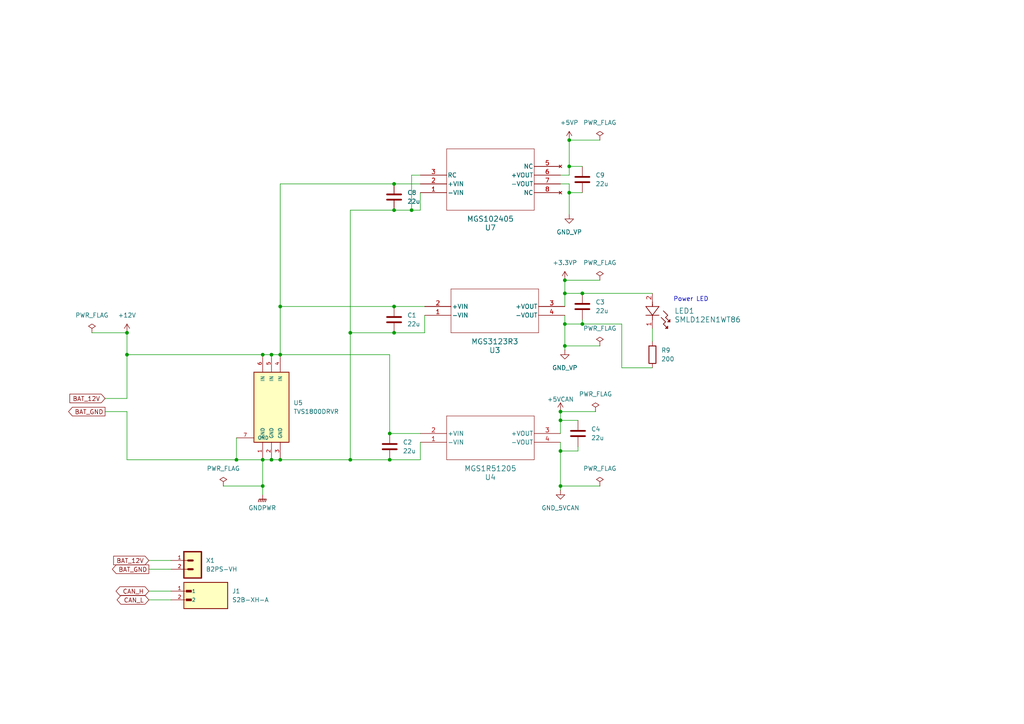
<source format=kicad_sch>
(kicad_sch (version 20250114) (generator "eeschema") (generator_version "9.0")
  (paper "A4")
  (title_block (title "CAN Isolation_Power Board") (date "2025-11-06") (rev "Ver.1.1") (company "ISHI-Kai"))
  (lib_symbols
    (symbol "B2PS-VH:B2PS-VH" (pin_names (offset 1.016))
      (property "Reference" "X" (at -1.27 3.302 0))
      (property "Value" "B2PS-VH" (at -1.27 -7.62 0))
      (symbol "B2PS-VH_0_0"
        (rectangle (start -1.27 -5.08) (end 3.81 2.54) (stroke (width 0.4064)) (fill (type background)))
        (polyline (pts (xy 1.27 0) (xy 2.54 0)) (stroke (width 0.6096)))
        (polyline (pts (xy 1.27 -2.54) (xy 2.54 -2.54)) (stroke (width 0.6096)))
        (pin passive line (at 7.62 0 180) (length 5.08) (name "~") (number "2"))
        (pin passive line (at 7.62 -2.54 180) (length 5.08) (name "~") (number "1"))
      )
    )
    (symbol "Device:C" (pin_numbers (hide yes)) (pin_names (offset 0.254))
      (property "Reference" "C" (at 0.635 2.54 0))
      (property "Value" "C" (at 0.635 -2.54 0))
      (symbol "C_0_1"
        (polyline (pts (xy -2.032 0.762) (xy 2.032 0.762)) (stroke (width 0.508)))
        (polyline (pts (xy -2.032 -0.762) (xy 2.032 -0.762)) (stroke (width 0.508)))
      )
      (symbol "C_1_1"
        (pin passive line (at 0 3.81 270) (length 2.794) (name "~") (number "1"))
        (pin passive line (at 0 -3.81 90) (length 2.794) (name "~") (number "2"))
      )
    )
    (symbol "Device:R" (pin_numbers (hide yes)) (pin_names (offset 0))
      (property "Reference" "R" (at 2.032 0 90))
      (property "Value" "R" (at 0 0 90))
      (symbol "R_0_1"
        (rectangle (start -1.016 -2.54) (end 1.016 2.54) (stroke (width 0.254)))
      )
      (symbol "R_1_1"
        (pin passive line (at 0 3.81 270) (length 1.27) (name "~") (number "1"))
        (pin passive line (at 0 -3.81 90) (length 1.27) (name "~") (number "2"))
      )
    )
    (symbol "MGS102405:MGS102405" (pin_names (offset 0.254))
      (property "Reference" "U" (at 20.32 10.16 0))
      (property "Value" "MGS102405" (at 20.32 7.62 0))
      (symbol "MGS102405_0_1"
        (polyline (pts (xy 7.62 5.08) (xy 7.62 -12.7)) (stroke (width 0.127)))
        (polyline (pts (xy 7.62 -12.7) (xy 33.02 -12.7)) (stroke (width 0.127)))
        (polyline (pts (xy 33.02 5.08) (xy 7.62 5.08)) (stroke (width 0.127)))
        (polyline (pts (xy 33.02 -12.7) (xy 33.02 5.08)) (stroke (width 0.127)))
        (pin power_in line (at 0 0 0) (length 7.62) (name "-VIN") (number "1"))
        (pin power_in line (at 0 -2.54 0) (length 7.62) (name "+VIN") (number "2"))
        (pin unspecified line (at 0 -5.08 0) (length 7.62) (name "RC") (number "3"))
        (pin no_connect line (at 40.64 0 180) (length 7.62) (name "NC") (number "8"))
        (pin output line (at 40.64 -2.54 180) (length 7.62) (name "-VOUT") (number "7"))
        (pin output line (at 40.64 -5.08 180) (length 7.62) (name "+VOUT") (number "6"))
        (pin no_connect line (at 40.64 -7.62 180) (length 7.62) (name "NC") (number "5"))
      )
    )
    (symbol "MGS3_COS:MGS3123R3" (pin_names (offset 0.254))
      (property "Reference" "U" (at 20.32 10.16 0))
      (property "Value" "MGS3123R3" (at 20.32 7.62 0))
      (symbol "MGS3123R3_0_1"
        (polyline (pts (xy 7.62 5.08) (xy 7.62 -7.62)) (stroke (width 0.127)))
        (polyline (pts (xy 7.62 -7.62) (xy 33.02 -7.62)) (stroke (width 0.127)))
        (polyline (pts (xy 33.02 5.08) (xy 7.62 5.08)) (stroke (width 0.127)))
        (polyline (pts (xy 33.02 -7.62) (xy 33.02 5.08)) (stroke (width 0.127)))
        (pin power_in line (at 0 0 0) (length 7.62) (name "-VIN") (number "1"))
        (pin power_in line (at 0 -2.54 0) (length 7.62) (name "+VIN") (number "2"))
        (pin output line (at 40.64 0 180) (length 7.62) (name "-VOUT") (number "4"))
        (pin output line (at 40.64 -2.54 180) (length 7.62) (name "+VOUT") (number "3"))
      )
    )
    (symbol "S2B-XH-A:S2B-XH-A" (pin_names (offset 1.016))
      (property "Reference" "J" (at -6.85 5.08 0))
      (property "Value" "S2B-XH-A" (at -6.35 -5.08 0))
      (symbol "S2B-XH-A_0_0"
        (rectangle (start -6.35 -2.54) (end 6.35 5.08) (stroke (width 0.254)) (fill (type background)))
        (rectangle (start -5.715 2.2225) (end -4.1275 2.8575) (stroke (width 0.1)) (fill (type outline)))
        (rectangle (start -5.715 -0.3175) (end -4.1275 0.3175) (stroke (width 0.1)) (fill (type outline)))
        (pin passive line (at -10.16 2.54 0) (length 5.08) (name "1") (number "1"))
        (pin passive line (at -10.16 0 0) (length 5.08) (name "2") (number "2"))
      )
    )
    (symbol "SMLD12EN1WT86:SMLD12EN1WT86" (pin_names (offset 0.254))
      (property "Reference" "R" (at 5.08 -4.445 0))
      (property "Value" "SMLD12EN1WT86" (at 5.08 -7.62 0))
      (symbol "SMLD12EN1WT86_1_1"
        (polyline (pts (xy 2.54 0) (xy 3.4798 0)) (stroke (width 0.2032)))
        (polyline (pts (xy 3.175 0) (xy 3.81 0)) (stroke (width 0.2032)))
        (polyline (pts (xy 3.81 1.905) (xy 3.81 -1.905)) (stroke (width 0.2032)))
        (polyline (pts (xy 3.81 -1.905) (xy 6.35 0)) (stroke (width 0.2032)))
        (polyline (pts (xy 5.08 3.175) (xy 6.35 4.445)) (stroke (width 0.2032)))
        (polyline (pts (xy 6.35 4.445) (xy 6.985 3.81)) (stroke (width 0.2032)))
        (polyline (pts (xy 6.35 0) (xy 3.81 1.905)) (stroke (width 0.2032)))
        (polyline (pts (xy 6.35 0) (xy 7.62 0)) (stroke (width 0.2032)))
        (polyline (pts (xy 6.35 -1.905) (xy 6.35 1.905)) (stroke (width 0.2032)))
        (polyline (pts (xy 6.985 3.81) (xy 8.255 5.08)) (stroke (width 0.2032)))
        (polyline (pts (xy 6.985 2.54) (xy 8.255 3.81)) (stroke (width 0.2032)))
        (polyline (pts (xy 7.62 5.08) (xy 8.255 4.445)) (stroke (width 0.2032)))
        (polyline (pts (xy 8.255 5.08) (xy 7.62 5.08)) (stroke (width 0.2032)))
        (polyline (pts (xy 8.255 4.445) (xy 8.255 5.08)) (stroke (width 0.2032)))
        (polyline (pts (xy 8.255 3.81) (xy 8.89 3.175)) (stroke (width 0.2032)))
        (polyline (pts (xy 8.89 3.175) (xy 10.16 4.445)) (stroke (width 0.2032)))
        (polyline (pts (xy 9.525 4.445) (xy 10.16 3.81)) (stroke (width 0.2032)))
        (polyline (pts (xy 10.16 4.445) (xy 9.525 4.445)) (stroke (width 0.2032)))
        (polyline (pts (xy 10.16 3.81) (xy 10.16 4.445)) (stroke (width 0.2032)))
        (pin unspecified line (at 0 0 0) (length 2.54) (name "") (number "2"))
        (pin unspecified line (at 10.16 0 180) (length 2.54) (name "") (number "1"))
      )
      (symbol "SMLD12EN1WT86_1_2"
        (polyline (pts (xy -5.08 8.255) (xy -5.08 7.62)) (stroke (width 0.2032)))
        (polyline (pts (xy -5.08 7.62) (xy -4.445 8.255)) (stroke (width 0.2032)))
        (polyline (pts (xy -4.445 10.16) (xy -4.445 9.525)) (stroke (width 0.2032)))
        (polyline (pts (xy -4.445 9.525) (xy -3.81 10.16)) (stroke (width 0.2032)))
        (polyline (pts (xy -4.445 8.255) (xy -5.08 8.255)) (stroke (width 0.2032)))
        (polyline (pts (xy -4.445 6.35) (xy -3.81 6.985)) (stroke (width 0.2032)))
        (polyline (pts (xy -3.81 10.16) (xy -4.445 10.16)) (stroke (width 0.2032)))
        (polyline (pts (xy -3.81 8.255) (xy -3.175 8.89)) (stroke (width 0.2032)))
        (polyline (pts (xy -3.81 6.985) (xy -5.08 8.255)) (stroke (width 0.2032)))
        (polyline (pts (xy -3.175 8.89) (xy -4.445 10.16)) (stroke (width 0.2032)))
        (polyline (pts (xy -3.175 5.08) (xy -4.445 6.35)) (stroke (width 0.2032)))
        (polyline (pts (xy -2.54 6.985) (xy -3.81 8.255)) (stroke (width 0.2032)))
        (polyline (pts (xy -1.905 3.81) (xy 1.905 3.81)) (stroke (width 0.2032)))
        (polyline (pts (xy 0 6.35) (xy -1.905 3.81)) (stroke (width 0.2032)))
        (polyline (pts (xy 0 6.35) (xy 0 7.62)) (stroke (width 0.2032)))
        (polyline (pts (xy 0 3.175) (xy 0 3.81)) (stroke (width 0.2032)))
        (polyline (pts (xy 0 2.54) (xy 0 3.4798)) (stroke (width 0.2032)))
        (polyline (pts (xy 1.905 6.35) (xy -1.905 6.35)) (stroke (width 0.2032)))
        (polyline (pts (xy 1.905 3.81) (xy 0 6.35)) (stroke (width 0.2032)))
        (pin unspecified line (at 0 10.16 270) (length 2.54) (name "") (number "1"))
        (pin unspecified line (at 0 0 90) (length 2.54) (name "") (number "2"))
      )
    )
    (symbol "TVS3300DRVR:TVS3300DRVR" (pin_names (offset 1.016))
      (property "Reference" "U5" (at -1.2701 6.35 90))
      (property "Value" "TVS3300DRVR" (at 1.2699 6.35 90))
      (symbol "TVS3300DRVR_0_0"
        (rectangle (start -10.16 -5.08) (end 10.16 5.08) (stroke (width 0.254)) (fill (type background)))
        (pin input line (at -15.24 2.54 0) (length 5.08) (name "IN") (number "4"))
        (pin power_in line (at 15.24 -2.54 180) (length 5.08) (name "GND") (number "1"))
      )
      (symbol "TVS3300DRVR_1_0"
        (pin input line (at -15.24 0 0) (length 5.08) (name "IN") (number "5"))
        (pin input line (at -15.24 -2.54 0) (length 5.08) (name "IN") (number "6"))
        (pin power_in line (at 8.89 -10.16 90) (length 5.08) (name "GND") (number "7"))
        (pin power_in line (at 15.24 2.54 180) (length 5.08) (name "GND") (number "3"))
        (pin power_in line (at 15.24 0 180) (length 5.08) (name "GND") (number "2"))
      )
    )
    (symbol "power:+12V" (power) (pin_numbers (hide yes)) (pin_names (offset 0) (hide yes))
      (property "Value" "+12V" (at 0 3.556 0))
      (symbol "+12V_0_1"
        (polyline (pts (xy -0.762 1.27) (xy 0 2.54)))
        (polyline (pts (xy 0 2.54) (xy 0.762 1.27)))
        (polyline (pts (xy 0 0) (xy 0 2.54)))
      )
      (symbol "+12V_1_1"
        (pin power_in line (at 0 0 90) (length 0) (name "~") (number "1"))
      )
    )
    (symbol "power:+3.3VP" (power) (pin_numbers (hide yes)) (pin_names (offset 0) (hide yes))
      (property "Value" "+3.3VP" (at 0 3.556 0))
      (symbol "+3.3VP_0_0"
        (pin power_in line (at 0 0 90) (length 0) (name "~") (number "1"))
      )
      (symbol "+3.3VP_0_1"
        (polyline (pts (xy -0.762 1.27) (xy 0 2.54)))
        (polyline (pts (xy 0 2.54) (xy 0.762 1.27)))
        (polyline (pts (xy 0 0) (xy 0 2.54)))
      )
    )
    (symbol "power:+5C" (power) (pin_numbers (hide yes)) (pin_names (offset 0) (hide yes))
      (property "Value" "+5C" (at 0 3.556 0))
      (symbol "+5C_0_1"
        (polyline (pts (xy -0.762 1.27) (xy 0 2.54)))
        (polyline (pts (xy 0 2.54) (xy 0.762 1.27)))
        (polyline (pts (xy 0 0) (xy 0 2.54)))
      )
      (symbol "+5C_1_1"
        (pin power_in line (at 0 0 90) (length 0) (name "~") (number "1"))
      )
    )
    (symbol "power:+5VP" (power) (pin_numbers (hide yes)) (pin_names (offset 0) (hide yes))
      (property "Value" "+5VP" (at 0 3.556 0))
      (symbol "+5VP_0_1"
        (polyline (pts (xy -0.762 1.27) (xy 0 2.54)))
        (polyline (pts (xy 0 2.54) (xy 0.762 1.27)))
        (polyline (pts (xy 0 0) (xy 0 2.54)))
      )
      (symbol "+5VP_1_1"
        (pin power_in line (at 0 0 90) (length 0) (name "~") (number "1"))
      )
    )
    (symbol "power:GND1" (power) (pin_numbers (hide yes)) (pin_names (offset 0) (hide yes))
      (property "Value" "GND1" (at 0 -3.81 0))
      (symbol "GND1_0_1"
        (polyline (pts (xy 0 0) (xy 0 -1.27) (xy 1.27 -1.27) (xy 0 -2.54) (xy -1.27 -1.27) (xy 0 -1.27)))
      )
      (symbol "GND1_1_1"
        (pin power_in line (at 0 0 270) (length 0) (name "~") (number "1"))
      )
    )
    (symbol "power:GND2" (power) (pin_numbers (hide yes)) (pin_names (offset 0) (hide yes))
      (property "Value" "GND2" (at 0 -3.81 0))
      (symbol "GND2_0_1"
        (polyline (pts (xy 0 0) (xy 0 -1.27) (xy 1.27 -1.27) (xy 0 -2.54) (xy -1.27 -1.27) (xy 0 -1.27)))
      )
      (symbol "GND2_1_1"
        (pin power_in line (at 0 0 270) (length 0) (name "~") (number "1"))
      )
    )
    (symbol "power:GNDPWR" (power) (pin_numbers (hide yes)) (pin_names (offset 0) (hide yes))
      (property "Value" "GNDPWR" (at 0 -3.302 0))
      (symbol "GNDPWR_0_1"
        (polyline (pts (xy -1.016 -1.27) (xy -1.27 -2.032) (xy -1.27 -2.032)) (stroke (width 0.2032)))
        (polyline (pts (xy -0.508 -1.27) (xy -0.762 -2.032) (xy -0.762 -2.032)) (stroke (width 0.2032)))
        (polyline (pts (xy 0 -1.27) (xy 0 0)))
        (polyline (pts (xy 0 -1.27) (xy -0.254 -2.032) (xy -0.254 -2.032)) (stroke (width 0.2032)))
        (polyline (pts (xy 0.508 -1.27) (xy 0.254 -2.032) (xy 0.254 -2.032)) (stroke (width 0.2032)))
        (polyline (pts (xy 1.016 -1.27) (xy -1.016 -1.27) (xy -1.016 -1.27)) (stroke (width 0.2032)))
        (polyline (pts (xy 1.016 -1.27) (xy 0.762 -2.032) (xy 0.762 -2.032) (xy 0.762 -2.032)) (stroke (width 0.2032)))
      )
      (symbol "GNDPWR_1_1"
        (pin power_in line (at 0 0 270) (length 0) (name "~") (number "1"))
      )
    )
    (symbol "power:PWR_FLAG" (power) (pin_numbers (hide yes)) (pin_names (offset 0) (hide yes))
      (property "Value" "PWR_FLAG" (at 0 3.81 0))
      (symbol "PWR_FLAG_0_0"
        (pin power_out line (at 0 0 90) (length 0) (name "~") (number "1"))
      )
      (symbol "PWR_FLAG_0_1"
        (polyline (pts (xy 0 0) (xy 0 1.27) (xy -1.016 1.905) (xy 0 2.54) (xy 1.016 1.905) (xy 0 1.27)))
      )
    )
  )
  (text "Power LED" (at 200.406 86.868 0) (effects (font (size 1.27 1.27))))
  (junction (at 101.6 133.35))
  (junction (at 168.91 93.98))
  (junction (at 162.56 121.92))
  (junction (at 81.28 133.35))
  (junction (at 165.1 55.88))
  (junction (at 162.56 119.38))
  (junction (at 163.83 81.28))
  (junction (at 168.91 85.09))
  (junction (at 114.3 60.96))
  (junction (at 68.58 133.35))
  (junction (at 163.83 85.09))
  (junction (at 165.1 48.26))
  (junction (at 101.6 96.52))
  (junction (at 114.3 88.9))
  (junction (at 165.1 40.64))
  (junction (at 119.38 60.96))
  (junction (at 114.3 96.52))
  (junction (at 36.83 102.87))
  (junction (at 113.03 133.35))
  (junction (at 76.2 102.87))
  (junction (at 163.83 93.98))
  (junction (at 78.74 133.35))
  (junction (at 76.2 133.35))
  (junction (at 162.56 140.97))
  (junction (at 81.28 102.87))
  (junction (at 81.28 88.9))
  (junction (at 78.74 102.87))
  (junction (at 162.56 130.81))
  (junction (at 163.83 100.33))
  (junction (at 114.3 53.34))
  (junction (at 36.83 96.52))
  (junction (at 113.03 125.73))
  (junction (at 76.2 140.97))
  (wire (pts (xy 123.19 96.52) (xy 114.3 96.52)))
  (wire (pts (xy 119.38 50.8) (xy 119.38 60.96)))
  (wire (pts (xy 162.56 128.27) (xy 162.56 130.81)))
  (wire (pts (xy 76.2 102.87) (xy 78.74 102.87)))
  (wire (pts (xy 121.92 50.8) (xy 119.38 50.8)))
  (wire (pts (xy 165.1 55.88) (xy 165.1 62.23)))
  (wire (pts (xy 121.92 60.96) (xy 119.38 60.96)))
  (wire (pts (xy 165.1 55.88) (xy 168.91 55.88)))
  (wire (pts (xy 113.03 125.73) (xy 121.92 125.73)))
  (wire (pts (xy 163.83 100.33) (xy 173.99 100.33)))
  (wire (pts (xy 43.18 173.99) (xy 49.53 173.99)))
  (wire (pts (xy 168.91 85.09) (xy 189.23 85.09)))
  (wire (pts (xy 81.28 88.9) (xy 81.28 102.87)))
  (wire (pts (xy 168.91 92.71) (xy 168.91 93.98)))
  (wire (pts (xy 101.6 96.52) (xy 101.6 133.35)))
  (wire (pts (xy 30.48 115.57) (xy 36.83 115.57)))
  (wire (pts (xy 114.3 88.9) (xy 123.19 88.9)))
  (wire (pts (xy 43.18 162.56) (xy 49.53 162.56)))
  (wire (pts (xy 78.74 133.35) (xy 81.28 133.35)))
  (wire (pts (xy 162.56 140.97) (xy 173.99 140.97)))
  (wire (pts (xy 36.83 115.57) (xy 36.83 102.87)))
  (wire (pts (xy 36.83 102.87) (xy 76.2 102.87)))
  (wire (pts (xy 119.38 60.96) (xy 114.3 60.96)))
  (wire (pts (xy 68.58 133.35) (xy 76.2 133.35)))
  (wire (pts (xy 114.3 88.9) (xy 81.28 88.9)))
  (wire (pts (xy 101.6 133.35) (xy 113.03 133.35)))
  (wire (pts (xy 36.83 96.52) (xy 36.83 102.87)))
  (wire (pts (xy 163.83 91.44) (xy 163.83 93.98)))
  (wire (pts (xy 165.1 48.26) (xy 168.91 48.26)))
  (wire (pts (xy 163.83 93.98) (xy 163.83 100.33)))
  (wire (pts (xy 121.92 128.27) (xy 121.92 133.35)))
  (wire (pts (xy 81.28 133.35) (xy 101.6 133.35)))
  (wire (pts (xy 162.56 130.81) (xy 167.64 130.81)))
  (wire (pts (xy 76.2 133.35) (xy 78.74 133.35)))
  (wire (pts (xy 180.34 93.98) (xy 168.91 93.98)))
  (wire (pts (xy 121.92 133.35) (xy 113.03 133.35)))
  (wire (pts (xy 162.56 125.73) (xy 162.56 121.92)))
  (wire (pts (xy 64.77 140.97) (xy 76.2 140.97)))
  (wire (pts (xy 162.56 130.81) (xy 162.56 140.97)))
  (wire (pts (xy 162.56 53.34) (xy 165.1 53.34)))
  (wire (pts (xy 113.03 102.87) (xy 113.03 125.73)))
  (wire (pts (xy 76.2 140.97) (xy 76.2 143.51)))
  (wire (pts (xy 76.2 133.35) (xy 76.2 140.97)))
  (wire (pts (xy 43.18 165.1) (xy 49.53 165.1)))
  (wire (pts (xy 163.83 101.6) (xy 163.83 100.33)))
  (wire (pts (xy 78.74 102.87) (xy 81.28 102.87)))
  (wire (pts (xy 113.03 102.87) (xy 81.28 102.87)))
  (wire (pts (xy 180.34 106.68) (xy 180.34 93.98)))
  (wire (pts (xy 162.56 50.8) (xy 165.1 50.8)))
  (wire (pts (xy 123.19 91.44) (xy 123.19 96.52)))
  (wire (pts (xy 81.28 53.34) (xy 114.3 53.34)))
  (wire (pts (xy 165.1 40.64) (xy 173.99 40.64)))
  (wire (pts (xy 162.56 121.92) (xy 167.64 121.92)))
  (wire (pts (xy 165.1 53.34) (xy 165.1 55.88)))
  (wire (pts (xy 162.56 119.38) (xy 162.56 121.92)))
  (wire (pts (xy 189.23 106.68) (xy 180.34 106.68)))
  (wire (pts (xy 165.1 40.64) (xy 165.1 48.26)))
  (wire (pts (xy 189.23 95.25) (xy 189.23 99.06)))
  (wire (pts (xy 101.6 60.96) (xy 114.3 60.96)))
  (wire (pts (xy 163.83 93.98) (xy 168.91 93.98)))
  (wire (pts (xy 163.83 81.28) (xy 163.83 85.09)))
  (wire (pts (xy 36.83 119.38) (xy 36.83 133.35)))
  (wire (pts (xy 101.6 96.52) (xy 114.3 96.52)))
  (wire (pts (xy 36.83 133.35) (xy 68.58 133.35)))
  (wire (pts (xy 101.6 60.96) (xy 101.6 96.52)))
  (wire (pts (xy 163.83 85.09) (xy 168.91 85.09)))
  (wire (pts (xy 81.28 53.34) (xy 81.28 88.9)))
  (wire (pts (xy 162.56 140.97) (xy 162.56 142.24)))
  (wire (pts (xy 114.3 53.34) (xy 121.92 53.34)))
  (wire (pts (xy 68.58 127) (xy 68.58 133.35)))
  (wire (pts (xy 167.64 129.54) (xy 167.64 130.81)))
  (wire (pts (xy 165.1 50.8) (xy 165.1 48.26)))
  (wire (pts (xy 163.83 88.9) (xy 163.83 85.09)))
  (wire (pts (xy 26.67 96.52) (xy 36.83 96.52)))
  (wire (pts (xy 163.83 81.28) (xy 173.99 81.28)))
  (wire (pts (xy 162.56 119.38) (xy 172.72 119.38)))
  (wire (pts (xy 121.92 55.88) (xy 121.92 60.96)))
  (wire (pts (xy 43.18 171.45) (xy 49.53 171.45)))
  (wire (pts (xy 30.48 119.38) (xy 36.83 119.38)))
  (global_label "CAN_H" (shape bidirectional) (at 43.18 171.45 180) (property "Intersheetrefs" "${INTERSHEET_REFS}" (effects (hide yes))))
  (global_label "BAT_GND" (shape output) (at 43.18 165.1 180) (property "Intersheetrefs" "${INTERSHEET_REFS}" (effects (hide yes))))
  (global_label "CAN_L" (shape bidirectional) (at 43.18 173.99 180) (property "Intersheetrefs" "${INTERSHEET_REFS}" (effects (hide yes))))
  (global_label "BAT_12V" (shape input) (at 30.48 115.57 180) (property "Intersheetrefs" "${INTERSHEET_REFS}" (effects (hide yes))))
  (global_label "BAT_12V" (shape input) (at 43.18 162.56 180) (property "Intersheetrefs" "${INTERSHEET_REFS}" (effects (hide yes))))
  (global_label "BAT_GND" (shape output) (at 30.48 119.38 180) (property "Intersheetrefs" "${INTERSHEET_REFS}" (effects (hide yes))))
  (symbol (lib_id "power:PWR_FLAG") (at 172.72 119.38 0) (unit 1)
    (property "Reference" "#FLG03" (effects (hide yes)))
    (property "Value" "PWR_FLAG" (at 172.72 114.3 0))
    (property "Description" "Special symbol for telling ERC where power comes from" (effects (hide yes)))
  )
  (symbol (lib_id "power:GND2") (at 162.56 142.24 0) (unit 1)
    (property "Reference" "#PWR09" (effects (hide yes)))
    (property "Value" "GND_5VCAN" (at 162.56 147.32 0))
    (property "Description" "Power symbol creates a global label with name \"GND2\" , ground" (effects (hide yes)))
  )
  (symbol (lib_id "power:GND1") (at 165.1 62.23 0) (unit 1)
    (property "Reference" "#PWR019" (effects (hide yes)))
    (property "Value" "GND_VP" (at 165.1 67.31 0))
    (property "Description" "Power symbol creates a global label with name \"GND1\" , ground" (effects (hide yes)))
  )
  (symbol (lib_id "MGS102405:MGS102405") (at 121.92 55.88 0) (mirror x) (unit 1)
    (property "Reference" "U7" (at 142.24 66.04 0) (effects (font (size 1.524 1.524))))
    (property "Value" "MGS102405" (at 142.24 63.5 0) (effects (font (size 1.524 1.524))))
    (property "Footprint" "CAN_Isolation:SIP7_MGS10_COS" (effects (hide yes)))
    (property "Datasheet" "MGS102405" (effects (hide yes)))
  )
  (symbol (lib_id "power:PWR_FLAG") (at 64.77 140.97 0) (unit 1)
    (property "Reference" "#FLG05" (effects (hide yes)))
    (property "Value" "PWR_FLAG" (at 64.77 135.89 0))
    (property "Description" "Special symbol for telling ERC where power comes from" (effects (hide yes)))
  )
  (symbol (lib_id "power:+3.3VP") (at 163.83 81.28 0) (unit 1)
    (property "Reference" "#PWR05" (effects (hide yes)))
    (property "Value" "+3.3VP" (at 163.83 76.2 0))
    (property "Description" "Power symbol creates a global label with name \"+3.3VP\"" (effects (hide yes)))
  )
  (symbol (lib_id "B2PS-VH:B2PS-VH") (at 57.15 165.1 180) (unit 1)
    (property "Reference" "X1" (at 59.69 162.5599 0) (effects (justify right)))
    (property "Value" "B2PS-VH" (at 59.69 165.0999 0) (effects (justify right)))
    (property "Footprint" "CAN_Isolation:B2PS-VH" (effects (hide yes)))
    (property "MF" "JST Sales" (effects (hide yes)))
    (property "Description_1" "Connector Header Through Hole, Right Angle 2 position 0.156 (3.96mm)" (effects (hide yes)))
    (property "Package" "None" (effects (hide yes)))
    (property "Price" "None" (effects (hide yes)))
    (property "SnapEDA_Link" "https://www.snapeda.com/parts/B2PS-VH/JST/view-part/?ref=snap" (effects (hide yes)))
    (property "MP" "B2PS-VH" (effects (hide yes)))
    (property "Availability" "In Stock" (effects (hide yes)))
    (property "Check_prices" "https://www.snapeda.com/parts/B2PS-VH/JST/view-part/?ref=eda" (effects (hide yes)))
  )
  (symbol (lib_id "SMLD12EN1WT86:SMLD12EN1WT86") (at 189.23 85.09 270) (unit 1)
    (property "Reference" "LED1" (at 195.58 90.1699 90) (effects (font (size 1.524 1.524)) (justify left)))
    (property "Value" "SMLD12EN1WT86" (at 195.58 92.7099 90) (effects (font (size 1.524 1.524)) (justify left)))
    (property "Footprint" "CAN_Isolation:SMLD12EN1WT86" (effects (hide yes)))
    (property "Datasheet" "SMLD12EN1WT86" (effects (hide yes)))
  )
  (symbol (lib_id "MGS3_COS:MGS3123R3") (at 123.19 91.44 0) (mirror x) (unit 1)
    (property "Reference" "U3" (at 143.51 101.6 0) (effects (font (size 1.524 1.524))))
    (property "Value" "MGS3123R3" (at 143.51 99.06 0) (effects (font (size 1.524 1.524))))
    (property "Footprint" "CAN_Isolation:MGS3_COS" (effects (hide yes)))
    (property "Datasheet" "MGS3123R3" (effects (hide yes)))
  )
  (symbol (lib_id "Device:C") (at 168.91 88.9 0) (unit 1)
    (property "Reference" "C3" (at 172.72 87.6299 0) (effects (justify left)))
    (property "Value" "22u" (at 172.72 90.1699 0) (effects (justify left)))
    (property "Footprint" "Capacitor_SMD:C_1210_3225Metric" (effects (hide yes)))
    (property "Description" "Unpolarized capacitor" (effects (hide yes)))
  )
  (symbol (lib_id "TVS3300DRVR:TVS3300DRVR") (at 78.74 118.11 270) (unit 1)
    (property "Reference" "U5" (at 85.09 116.8399 90) (effects (justify left)))
    (property "Value" "TVS1800DRVR" (at 85.09 119.3799 90) (effects (justify left)))
    (property "Footprint" "CAN_Isolation:SON65P200X200X80-7N" (effects (hide yes)))
    (property "PARTREV" "C" (effects (hide yes)))
    (property "MANUFACTURER" "Texas Instruments" (effects (hide yes)))
    (property "MAXIMUM_PACKAGE_HEIGHT" "0.8 mm" (effects (hide yes)))
    (property "STANDARD" "IPC 7351B" (effects (hide yes)))
  )
  (symbol (lib_id "power:GNDPWR") (at 76.2 143.51 0) (unit 1)
    (property "Reference" "#PWR07" (effects (hide yes)))
    (property "Value" "GNDPWR" (at 76.073 147.32 0))
    (property "Description" "Power symbol creates a global label with name \"GNDPWR\" , global ground" (effects (hide yes)))
  )
  (symbol (lib_id "power:+12V") (at 36.83 96.52 0) (unit 1)
    (property "Reference" "#PWR01" (effects (hide yes)))
    (property "Value" "+12V" (at 36.83 91.44 0))
    (property "Description" "Power symbol creates a global label with name \"+12V\"" (effects (hide yes)))
  )
  (symbol (lib_id "Device:C") (at 114.3 92.71 0) (unit 1)
    (property "Reference" "C1" (at 118.11 91.4399 0) (effects (justify left)))
    (property "Value" "22u" (at 118.11 93.9799 0) (effects (justify left)))
    (property "Footprint" "Capacitor_SMD:C_1210_3225Metric" (effects (hide yes)))
    (property "Description" "Unpolarized capacitor" (effects (hide yes)))
  )
  (symbol (lib_id "Device:R") (at 189.23 102.87 0) (unit 1)
    (property "Reference" "R9" (at 191.77 101.5999 0) (effects (justify left)))
    (property "Value" "200" (at 191.77 104.1399 0) (effects (justify left)))
    (property "Footprint" "Resistor_SMD:R_0603_1608Metric" (effects (hide yes)))
    (property "Description" "Resistor" (effects (hide yes)))
  )
  (symbol (lib_id "power:+5VP") (at 165.1 40.64 0) (unit 1)
    (property "Reference" "#PWR018" (effects (hide yes)))
    (property "Value" "+5VP" (at 165.1 35.56 0))
    (property "Description" "Power symbol creates a global label with name \"+5VP\"" (effects (hide yes)))
  )
  (symbol (lib_id "power:+5C") (at 162.56 119.38 0) (unit 1)
    (property "Reference" "#PWR03" (effects (hide yes)))
    (property "Value" "+5VCAN" (at 162.56 115.824 0))
    (property "Description" "Power symbol creates a global label with name \"+5C\"" (effects (hide yes)))
  )
  (symbol (lib_id "power:PWR_FLAG") (at 173.99 100.33 0) (unit 1)
    (property "Reference" "#FLG07" (effects (hide yes)))
    (property "Value" "PWR_FLAG" (at 173.99 95.25 0))
    (property "Description" "Special symbol for telling ERC where power comes from" (effects (hide yes)))
  )
  (symbol (lib_id "power:PWR_FLAG") (at 173.99 140.97 0) (unit 1)
    (property "Reference" "#FLG06" (effects (hide yes)))
    (property "Value" "PWR_FLAG" (at 173.99 135.89 0))
    (property "Description" "Special symbol for telling ERC where power comes from" (effects (hide yes)))
  )
  (symbol (lib_id "Device:C") (at 168.91 52.07 0) (unit 1)
    (property "Reference" "C9" (at 172.72 50.7999 0) (effects (justify left)))
    (property "Value" "22u" (at 172.72 53.3399 0) (effects (justify left)))
    (property "Footprint" "Capacitor_SMD:C_1210_3225Metric" (effects (hide yes)))
    (property "Description" "Unpolarized capacitor" (effects (hide yes)))
  )
  (symbol (lib_id "power:PWR_FLAG") (at 26.67 96.52 0) (unit 1)
    (property "Reference" "#FLG04" (effects (hide yes)))
    (property "Value" "PWR_FLAG" (at 26.67 91.44 0))
    (property "Description" "Special symbol for telling ERC where power comes from" (effects (hide yes)))
  )
  (symbol (lib_id "MGS3_COS:MGS3123R3") (at 121.92 128.27 0) (mirror x) (unit 1)
    (property "Reference" "U4" (at 142.24 138.43 0) (effects (font (size 1.524 1.524))))
    (property "Value" "MGS1R51205" (at 142.24 135.89 0) (effects (font (size 1.524 1.524))))
    (property "Footprint" "CAN_Isolation:MGS3_COS" (effects (hide yes)))
    (property "Datasheet" "MGS3123R3" (effects (hide yes)))
  )
  (symbol (lib_id "Device:C") (at 114.3 57.15 0) (unit 1)
    (property "Reference" "C8" (at 118.11 55.8799 0) (effects (justify left)))
    (property "Value" "22u" (at 118.11 58.4199 0) (effects (justify left)))
    (property "Footprint" "Capacitor_SMD:C_1210_3225Metric" (effects (hide yes)))
    (property "Description" "Unpolarized capacitor" (effects (hide yes)))
  )
  (symbol (lib_id "power:PWR_FLAG") (at 173.99 40.64 0) (unit 1)
    (property "Reference" "#FLG01" (effects (hide yes)))
    (property "Value" "PWR_FLAG" (at 173.99 35.56 0))
    (property "Description" "Special symbol for telling ERC where power comes from" (effects (hide yes)))
  )
  (symbol (lib_id "power:PWR_FLAG") (at 173.99 81.28 0) (unit 1)
    (property "Reference" "#FLG02" (effects (hide yes)))
    (property "Value" "PWR_FLAG" (at 173.99 76.2 0))
    (property "Description" "Special symbol for telling ERC where power comes from" (effects (hide yes)))
  )
  (symbol (lib_id "Device:C") (at 113.03 129.54 0) (unit 1)
    (property "Reference" "C2" (at 116.84 128.2699 0) (effects (justify left)))
    (property "Value" "22u" (at 116.84 130.8099 0) (effects (justify left)))
    (property "Footprint" "Capacitor_SMD:C_1210_3225Metric" (effects (hide yes)))
    (property "Description" "Unpolarized capacitor" (effects (hide yes)))
  )
  (symbol (lib_id "Device:C") (at 167.64 125.73 0) (unit 1)
    (property "Reference" "C4" (at 171.45 124.4599 0) (effects (justify left)))
    (property "Value" "22u" (at 171.45 126.9999 0) (effects (justify left)))
    (property "Footprint" "Capacitor_SMD:C_1210_3225Metric" (effects (hide yes)))
    (property "Description" "Unpolarized capacitor" (effects (hide yes)))
  )
  (symbol (lib_id "S2B-XH-A:S2B-XH-A") (at 59.69 173.99 0) (unit 1)
    (property "Reference" "J1" (at 67.31 171.4499 0) (effects (justify left)))
    (property "Value" "S2B-XH-A" (at 67.31 173.9899 0) (effects (justify left)))
    (property "Footprint" "CAN_Isolation:JST_S2B-XH-A" (effects (hide yes)))
    (property "MANUFACTURER" "JST" (effects (hide yes)))
  )
  (symbol (lib_id "power:GND1") (at 163.83 101.6 0) (unit 1)
    (property "Reference" "#PWR08" (effects (hide yes)))
    (property "Value" "GND_VP" (at 163.83 106.68 0))
    (property "Description" "Power symbol creates a global label with name \"GND1\" , ground" (effects (hide yes)))
  )
)
</source>
